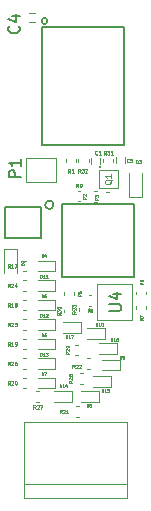
<source format=gbr>
G04 #@! TF.FileFunction,Legend,Top*
%FSLAX46Y46*%
G04 Gerber Fmt 4.6, Leading zero omitted, Abs format (unit mm)*
G04 Created by KiCad (PCBNEW 4.0.5) date 07/06/17 21:13:05*
%MOMM*%
%LPD*%
G01*
G04 APERTURE LIST*
%ADD10C,0.100000*%
%ADD11C,0.120000*%
%ADD12C,0.150000*%
%ADD13C,0.050000*%
%ADD14C,0.075000*%
%ADD15C,0.062500*%
%ADD16C,0.125000*%
%ADD17C,0.063500*%
%ADD18C,0.031750*%
G04 APERTURE END LIST*
D10*
D11*
X138752000Y-91828000D02*
X138752000Y-92068000D01*
X139632000Y-92068000D02*
X139632000Y-91828000D01*
X135350000Y-107789000D02*
X144050000Y-107789000D01*
X135350000Y-101379000D02*
X144050000Y-101379000D01*
X144050000Y-101379000D02*
X144050000Y-107789000D01*
X144050000Y-106559000D02*
X135350000Y-106559000D01*
X135350000Y-107789000D02*
X135350000Y-101379000D01*
X137983000Y-93541000D02*
X137983000Y-92641000D01*
X137983000Y-92641000D02*
X136533000Y-92641000D01*
X137983000Y-93541000D02*
X136533000Y-93541000D01*
X137983000Y-88588000D02*
X137983000Y-87688000D01*
X137983000Y-87688000D02*
X136533000Y-87688000D01*
X137983000Y-88588000D02*
X136533000Y-88588000D01*
D12*
X137858553Y-82955000D02*
G75*
G03X137858553Y-82955000I-353553J0D01*
G01*
X133730000Y-83130000D02*
X136780000Y-83130000D01*
X136780000Y-83130000D02*
X136780000Y-85780000D01*
X133730000Y-85780000D02*
X136780000Y-85780000D01*
X133730000Y-83130000D02*
X133730000Y-85780000D01*
D13*
X138029000Y-81010000D02*
X135529000Y-81010000D01*
X138029000Y-79010000D02*
X138029000Y-81010000D01*
X135529000Y-79010000D02*
X138029000Y-79010000D01*
X135529000Y-81010000D02*
X135529000Y-79010000D01*
D11*
X139759000Y-79317200D02*
X139759000Y-79077200D01*
X138879000Y-79077200D02*
X138879000Y-79317200D01*
X134789000Y-86660200D02*
X133689000Y-86660200D01*
X133689000Y-86660200D02*
X133689000Y-88760200D01*
X134789000Y-86660200D02*
X134789000Y-88760200D01*
X144230000Y-82326000D02*
X145330000Y-82326000D01*
X145330000Y-82326000D02*
X145330000Y-80226000D01*
X144230000Y-82326000D02*
X144230000Y-80226000D01*
D12*
X137351000Y-67391000D02*
G75*
G03X137351000Y-67391000I-250000J0D01*
G01*
X136851000Y-67891000D02*
X143851000Y-67891000D01*
X143851000Y-67891000D02*
X143851000Y-77891000D01*
X143851000Y-77891000D02*
X136851000Y-77891000D01*
X136851000Y-77891000D02*
X136851000Y-67891000D01*
D11*
X141801800Y-78972600D02*
X141801800Y-79472600D01*
X141001800Y-79472600D02*
X141001800Y-78972600D01*
X135817800Y-66706800D02*
X136317800Y-66706800D01*
X136317800Y-67506800D02*
X135817800Y-67506800D01*
X143935400Y-78921800D02*
X143935400Y-79421800D01*
X143135400Y-79421800D02*
X143135400Y-78921800D01*
D12*
X138555000Y-82929000D02*
X144655000Y-82929000D01*
X144655000Y-82929000D02*
X144655000Y-89029000D01*
X144655000Y-89029000D02*
X138555000Y-89029000D01*
X138555000Y-89029000D02*
X138555000Y-82929000D01*
D11*
X141256400Y-82680120D02*
X141496400Y-82680120D01*
X141496400Y-81800120D02*
X141256400Y-81800120D01*
X142272400Y-82761400D02*
X142512400Y-82761400D01*
X142512400Y-81881400D02*
X142272400Y-81881400D01*
X135262000Y-88578000D02*
X135502000Y-88578000D01*
X135502000Y-87698000D02*
X135262000Y-87698000D01*
X135262000Y-91880000D02*
X135502000Y-91880000D01*
X135502000Y-91000000D02*
X135262000Y-91000000D01*
X135262000Y-95182000D02*
X135502000Y-95182000D01*
X135502000Y-94302000D02*
X135262000Y-94302000D01*
X135262000Y-98484000D02*
X135502000Y-98484000D01*
X135502000Y-97604000D02*
X135262000Y-97604000D01*
X139757800Y-100897000D02*
X139997800Y-100897000D01*
X139997800Y-100017000D02*
X139757800Y-100017000D01*
X140723000Y-96833000D02*
X140963000Y-96833000D01*
X140963000Y-95953000D02*
X140723000Y-95953000D01*
X140022000Y-91675600D02*
X140022000Y-91915600D01*
X140902000Y-91915600D02*
X140902000Y-91675600D01*
X135262000Y-90229000D02*
X135502000Y-90229000D01*
X135502000Y-89349000D02*
X135262000Y-89349000D01*
X135262000Y-93531000D02*
X135502000Y-93531000D01*
X135502000Y-92651000D02*
X135262000Y-92651000D01*
X135262000Y-96833000D02*
X135502000Y-96833000D01*
X135502000Y-95953000D02*
X135262000Y-95953000D01*
X136405000Y-99627000D02*
X136645000Y-99627000D01*
X136645000Y-98747000D02*
X136405000Y-98747000D01*
X140088000Y-98103000D02*
X140328000Y-98103000D01*
X140328000Y-97223000D02*
X140088000Y-97223000D01*
X139707000Y-95690000D02*
X139947000Y-95690000D01*
X139947000Y-94810000D02*
X139707000Y-94810000D01*
X142028600Y-79077200D02*
X142028600Y-79317200D01*
X142908600Y-79317200D02*
X142908600Y-79077200D01*
X139945800Y-79077200D02*
X139945800Y-79317200D01*
X140825800Y-79317200D02*
X140825800Y-79077200D01*
D13*
X141894000Y-79772000D02*
G75*
G03X141894000Y-79772000I-100000J0D01*
G01*
X143294000Y-79972000D02*
X143294000Y-81572000D01*
X143294000Y-81572000D02*
X141694000Y-81572000D01*
X141694000Y-81572000D02*
X141694000Y-79972000D01*
X141694000Y-79972000D02*
X143294000Y-79972000D01*
D11*
X139632000Y-90594800D02*
X139632000Y-90354800D01*
X138752000Y-90354800D02*
X138752000Y-90594800D01*
X144848000Y-90304000D02*
X144848000Y-90544000D01*
X145728000Y-90544000D02*
X145728000Y-90304000D01*
X145728000Y-91763200D02*
X145728000Y-91523200D01*
X144848000Y-91523200D02*
X144848000Y-91763200D01*
X140824600Y-91499000D02*
X141064600Y-91499000D01*
X141064600Y-90619000D02*
X140824600Y-90619000D01*
D13*
X144502000Y-92686000D02*
X141502000Y-92686000D01*
X144502000Y-89686000D02*
X144502000Y-92686000D01*
X141502000Y-89686000D02*
X144502000Y-89686000D01*
X141502000Y-92686000D02*
X141502000Y-89686000D01*
D11*
X140129880Y-81759480D02*
X139889880Y-81759480D01*
X139889880Y-82639480D02*
X140129880Y-82639480D01*
X137983000Y-91890000D02*
X137983000Y-90990000D01*
X137983000Y-90990000D02*
X136533000Y-90990000D01*
X137983000Y-91890000D02*
X136533000Y-91890000D01*
X137983000Y-95192000D02*
X137983000Y-94292000D01*
X137983000Y-94292000D02*
X136533000Y-94292000D01*
X137983000Y-95192000D02*
X136533000Y-95192000D01*
X137983000Y-98494000D02*
X137983000Y-97594000D01*
X137983000Y-97594000D02*
X136533000Y-97594000D01*
X137983000Y-98494000D02*
X136533000Y-98494000D01*
X141666000Y-99637000D02*
X141666000Y-98737000D01*
X141666000Y-98737000D02*
X140216000Y-98737000D01*
X141666000Y-99637000D02*
X140216000Y-99637000D01*
X143444000Y-96970000D02*
X143444000Y-96070000D01*
X143444000Y-96070000D02*
X141994000Y-96070000D01*
X143444000Y-96970000D02*
X141994000Y-96970000D01*
X142174000Y-94303000D02*
X142174000Y-93403000D01*
X142174000Y-93403000D02*
X140724000Y-93403000D01*
X142174000Y-94303000D02*
X140724000Y-94303000D01*
X137983000Y-90239000D02*
X137983000Y-89339000D01*
X137983000Y-89339000D02*
X136533000Y-89339000D01*
X137983000Y-90239000D02*
X136533000Y-90239000D01*
X137983000Y-96843000D02*
X137983000Y-95943000D01*
X137983000Y-95943000D02*
X136533000Y-95943000D01*
X137983000Y-96843000D02*
X136533000Y-96843000D01*
X139380000Y-99637000D02*
X139380000Y-98737000D01*
X139380000Y-98737000D02*
X137930000Y-98737000D01*
X139380000Y-99637000D02*
X137930000Y-99637000D01*
X142682000Y-98367000D02*
X142682000Y-97467000D01*
X142682000Y-97467000D02*
X141232000Y-97467000D01*
X142682000Y-98367000D02*
X141232000Y-98367000D01*
X143190000Y-95573000D02*
X143190000Y-94673000D01*
X143190000Y-94673000D02*
X141740000Y-94673000D01*
X143190000Y-95573000D02*
X141740000Y-95573000D01*
X140142000Y-93795000D02*
X140142000Y-92895000D01*
X140142000Y-92895000D02*
X138692000Y-92895000D01*
X140142000Y-93795000D02*
X138692000Y-93795000D01*
D14*
X138452714Y-92140857D02*
X138309857Y-92240857D01*
X138452714Y-92312285D02*
X138152714Y-92312285D01*
X138152714Y-92198000D01*
X138167000Y-92169428D01*
X138181286Y-92155143D01*
X138209857Y-92140857D01*
X138252714Y-92140857D01*
X138281286Y-92155143D01*
X138295571Y-92169428D01*
X138309857Y-92198000D01*
X138309857Y-92312285D01*
X138152714Y-92040857D02*
X138152714Y-91855143D01*
X138267000Y-91955143D01*
X138267000Y-91912285D01*
X138281286Y-91883714D01*
X138295571Y-91869428D01*
X138324143Y-91855143D01*
X138395571Y-91855143D01*
X138424143Y-91869428D01*
X138438429Y-91883714D01*
X138452714Y-91912285D01*
X138452714Y-91998000D01*
X138438429Y-92026571D01*
X138424143Y-92040857D01*
X138152714Y-91669429D02*
X138152714Y-91640857D01*
X138167000Y-91612286D01*
X138181286Y-91598000D01*
X138209857Y-91583714D01*
X138267000Y-91569429D01*
X138338429Y-91569429D01*
X138395571Y-91583714D01*
X138424143Y-91598000D01*
X138438429Y-91612286D01*
X138452714Y-91640857D01*
X138452714Y-91669429D01*
X138438429Y-91698000D01*
X138424143Y-91712286D01*
X138395571Y-91726571D01*
X138338429Y-91740857D01*
X138267000Y-91740857D01*
X138209857Y-91726571D01*
X138181286Y-91712286D01*
X138167000Y-91698000D01*
X138152714Y-91669429D01*
D15*
X136729429Y-92442095D02*
X136729429Y-92192095D01*
X136788953Y-92192095D01*
X136824667Y-92204000D01*
X136848476Y-92227810D01*
X136860381Y-92251619D01*
X136872286Y-92299238D01*
X136872286Y-92334952D01*
X136860381Y-92382571D01*
X136848476Y-92406381D01*
X136824667Y-92430190D01*
X136788953Y-92442095D01*
X136729429Y-92442095D01*
X137110381Y-92442095D02*
X136967524Y-92442095D01*
X137038953Y-92442095D02*
X137038953Y-92192095D01*
X137015143Y-92227810D01*
X136991334Y-92251619D01*
X136967524Y-92263524D01*
X137205619Y-92215905D02*
X137217524Y-92204000D01*
X137241333Y-92192095D01*
X137300857Y-92192095D01*
X137324667Y-92204000D01*
X137336571Y-92215905D01*
X137348476Y-92239714D01*
X137348476Y-92263524D01*
X137336571Y-92299238D01*
X137193714Y-92442095D01*
X137348476Y-92442095D01*
X136848477Y-87362095D02*
X136848477Y-87112095D01*
X136908001Y-87112095D01*
X136943715Y-87124000D01*
X136967524Y-87147810D01*
X136979429Y-87171619D01*
X136991334Y-87219238D01*
X136991334Y-87254952D01*
X136979429Y-87302571D01*
X136967524Y-87326381D01*
X136943715Y-87350190D01*
X136908001Y-87362095D01*
X136848477Y-87362095D01*
X137205620Y-87195429D02*
X137205620Y-87362095D01*
X137146096Y-87100190D02*
X137086572Y-87278762D01*
X137241334Y-87278762D01*
D12*
X135072381Y-80621095D02*
X134072381Y-80621095D01*
X134072381Y-80240142D01*
X134120000Y-80144904D01*
X134167619Y-80097285D01*
X134262857Y-80049666D01*
X134405714Y-80049666D01*
X134500952Y-80097285D01*
X134548571Y-80144904D01*
X134596190Y-80240142D01*
X134596190Y-80621095D01*
X135072381Y-79097285D02*
X135072381Y-79668714D01*
X135072381Y-79383000D02*
X134072381Y-79383000D01*
X134215238Y-79478238D01*
X134310476Y-79573476D01*
X134358095Y-79668714D01*
D14*
X139269000Y-80221914D02*
X139169000Y-80079057D01*
X139097572Y-80221914D02*
X139097572Y-79921914D01*
X139211857Y-79921914D01*
X139240429Y-79936200D01*
X139254714Y-79950486D01*
X139269000Y-79979057D01*
X139269000Y-80021914D01*
X139254714Y-80050486D01*
X139240429Y-80064771D01*
X139211857Y-80079057D01*
X139097572Y-80079057D01*
X139554714Y-80221914D02*
X139383286Y-80221914D01*
X139469000Y-80221914D02*
X139469000Y-79921914D01*
X139440429Y-79964771D01*
X139411857Y-79993343D01*
X139383286Y-80007629D01*
D15*
X135368095Y-88054923D02*
X135118095Y-88054923D01*
X135118095Y-87995399D01*
X135130000Y-87959685D01*
X135153810Y-87935876D01*
X135177619Y-87923971D01*
X135225238Y-87912066D01*
X135260952Y-87912066D01*
X135308571Y-87923971D01*
X135332381Y-87935876D01*
X135356190Y-87959685D01*
X135368095Y-87995399D01*
X135368095Y-88054923D01*
X135141905Y-87816828D02*
X135130000Y-87804923D01*
X135118095Y-87781114D01*
X135118095Y-87721590D01*
X135130000Y-87697780D01*
X135141905Y-87685876D01*
X135165714Y-87673971D01*
X135189524Y-87673971D01*
X135225238Y-87685876D01*
X135368095Y-87828733D01*
X135368095Y-87673971D01*
D14*
X144812572Y-79447214D02*
X144812572Y-79147214D01*
X144884000Y-79147214D01*
X144926857Y-79161500D01*
X144955429Y-79190071D01*
X144969714Y-79218643D01*
X144984000Y-79275786D01*
X144984000Y-79318643D01*
X144969714Y-79375786D01*
X144955429Y-79404357D01*
X144926857Y-79432929D01*
X144884000Y-79447214D01*
X144812572Y-79447214D01*
X145084000Y-79147214D02*
X145269714Y-79147214D01*
X145169714Y-79261500D01*
X145212572Y-79261500D01*
X145241143Y-79275786D01*
X145255429Y-79290071D01*
X145269714Y-79318643D01*
X145269714Y-79390071D01*
X145255429Y-79418643D01*
X145241143Y-79432929D01*
X145212572Y-79447214D01*
X145126857Y-79447214D01*
X145098286Y-79432929D01*
X145084000Y-79418643D01*
X141555000Y-78669343D02*
X141540714Y-78683629D01*
X141497857Y-78697914D01*
X141469286Y-78697914D01*
X141426429Y-78683629D01*
X141397857Y-78655057D01*
X141383572Y-78626486D01*
X141369286Y-78569343D01*
X141369286Y-78526486D01*
X141383572Y-78469343D01*
X141397857Y-78440771D01*
X141426429Y-78412200D01*
X141469286Y-78397914D01*
X141497857Y-78397914D01*
X141540714Y-78412200D01*
X141555000Y-78426486D01*
X141840714Y-78697914D02*
X141669286Y-78697914D01*
X141755000Y-78697914D02*
X141755000Y-78397914D01*
X141726429Y-78440771D01*
X141697857Y-78469343D01*
X141669286Y-78483629D01*
D12*
X134925743Y-67832266D02*
X134973362Y-67879885D01*
X135020981Y-68022742D01*
X135020981Y-68117980D01*
X134973362Y-68260838D01*
X134878124Y-68356076D01*
X134782886Y-68403695D01*
X134592410Y-68451314D01*
X134449552Y-68451314D01*
X134259076Y-68403695D01*
X134163838Y-68356076D01*
X134068600Y-68260838D01*
X134020981Y-68117980D01*
X134020981Y-68022742D01*
X134068600Y-67879885D01*
X134116219Y-67832266D01*
X134354314Y-66975123D02*
X135020981Y-66975123D01*
X133973362Y-67213219D02*
X134687648Y-67451314D01*
X134687648Y-66832266D01*
D14*
X144222000Y-79329743D02*
X144207714Y-79344029D01*
X144164857Y-79358314D01*
X144136286Y-79358314D01*
X144093429Y-79344029D01*
X144064857Y-79315457D01*
X144050572Y-79286886D01*
X144036286Y-79229743D01*
X144036286Y-79186886D01*
X144050572Y-79129743D01*
X144064857Y-79101171D01*
X144093429Y-79072600D01*
X144136286Y-79058314D01*
X144164857Y-79058314D01*
X144207714Y-79072600D01*
X144222000Y-79086886D01*
X144493429Y-79058314D02*
X144350572Y-79058314D01*
X144336286Y-79201171D01*
X144350572Y-79186886D01*
X144379143Y-79172600D01*
X144450572Y-79172600D01*
X144479143Y-79186886D01*
X144493429Y-79201171D01*
X144507714Y-79229743D01*
X144507714Y-79301171D01*
X144493429Y-79329743D01*
X144479143Y-79344029D01*
X144450572Y-79358314D01*
X144379143Y-79358314D01*
X144350572Y-79344029D01*
X144336286Y-79329743D01*
X140623114Y-82290120D02*
X140480257Y-82390120D01*
X140623114Y-82461548D02*
X140323114Y-82461548D01*
X140323114Y-82347263D01*
X140337400Y-82318691D01*
X140351686Y-82304406D01*
X140380257Y-82290120D01*
X140423114Y-82290120D01*
X140451686Y-82304406D01*
X140465971Y-82318691D01*
X140480257Y-82347263D01*
X140480257Y-82461548D01*
X140351686Y-82175834D02*
X140337400Y-82161548D01*
X140323114Y-82132977D01*
X140323114Y-82061548D01*
X140337400Y-82032977D01*
X140351686Y-82018691D01*
X140380257Y-82004406D01*
X140408829Y-82004406D01*
X140451686Y-82018691D01*
X140623114Y-82190120D01*
X140623114Y-82004406D01*
X141639114Y-82371400D02*
X141496257Y-82471400D01*
X141639114Y-82542828D02*
X141339114Y-82542828D01*
X141339114Y-82428543D01*
X141353400Y-82399971D01*
X141367686Y-82385686D01*
X141396257Y-82371400D01*
X141439114Y-82371400D01*
X141467686Y-82385686D01*
X141481971Y-82399971D01*
X141496257Y-82428543D01*
X141496257Y-82542828D01*
X141339114Y-82271400D02*
X141339114Y-82085686D01*
X141453400Y-82185686D01*
X141453400Y-82142828D01*
X141467686Y-82114257D01*
X141481971Y-82099971D01*
X141510543Y-82085686D01*
X141581971Y-82085686D01*
X141610543Y-82099971D01*
X141624829Y-82114257D01*
X141639114Y-82142828D01*
X141639114Y-82228543D01*
X141624829Y-82257114D01*
X141610543Y-82271400D01*
X134173143Y-88273714D02*
X134073143Y-88130857D01*
X134001715Y-88273714D02*
X134001715Y-87973714D01*
X134116000Y-87973714D01*
X134144572Y-87988000D01*
X134158857Y-88002286D01*
X134173143Y-88030857D01*
X134173143Y-88073714D01*
X134158857Y-88102286D01*
X134144572Y-88116571D01*
X134116000Y-88130857D01*
X134001715Y-88130857D01*
X134458857Y-88273714D02*
X134287429Y-88273714D01*
X134373143Y-88273714D02*
X134373143Y-87973714D01*
X134344572Y-88016571D01*
X134316000Y-88045143D01*
X134287429Y-88059429D01*
X134558857Y-87973714D02*
X134758857Y-87973714D01*
X134630286Y-88273714D01*
X134173143Y-91575714D02*
X134073143Y-91432857D01*
X134001715Y-91575714D02*
X134001715Y-91275714D01*
X134116000Y-91275714D01*
X134144572Y-91290000D01*
X134158857Y-91304286D01*
X134173143Y-91332857D01*
X134173143Y-91375714D01*
X134158857Y-91404286D01*
X134144572Y-91418571D01*
X134116000Y-91432857D01*
X134001715Y-91432857D01*
X134458857Y-91575714D02*
X134287429Y-91575714D01*
X134373143Y-91575714D02*
X134373143Y-91275714D01*
X134344572Y-91318571D01*
X134316000Y-91347143D01*
X134287429Y-91361429D01*
X134630286Y-91404286D02*
X134601714Y-91390000D01*
X134587429Y-91375714D01*
X134573143Y-91347143D01*
X134573143Y-91332857D01*
X134587429Y-91304286D01*
X134601714Y-91290000D01*
X134630286Y-91275714D01*
X134687429Y-91275714D01*
X134716000Y-91290000D01*
X134730286Y-91304286D01*
X134744571Y-91332857D01*
X134744571Y-91347143D01*
X134730286Y-91375714D01*
X134716000Y-91390000D01*
X134687429Y-91404286D01*
X134630286Y-91404286D01*
X134601714Y-91418571D01*
X134587429Y-91432857D01*
X134573143Y-91461429D01*
X134573143Y-91518571D01*
X134587429Y-91547143D01*
X134601714Y-91561429D01*
X134630286Y-91575714D01*
X134687429Y-91575714D01*
X134716000Y-91561429D01*
X134730286Y-91547143D01*
X134744571Y-91518571D01*
X134744571Y-91461429D01*
X134730286Y-91432857D01*
X134716000Y-91418571D01*
X134687429Y-91404286D01*
X134173143Y-94877714D02*
X134073143Y-94734857D01*
X134001715Y-94877714D02*
X134001715Y-94577714D01*
X134116000Y-94577714D01*
X134144572Y-94592000D01*
X134158857Y-94606286D01*
X134173143Y-94634857D01*
X134173143Y-94677714D01*
X134158857Y-94706286D01*
X134144572Y-94720571D01*
X134116000Y-94734857D01*
X134001715Y-94734857D01*
X134458857Y-94877714D02*
X134287429Y-94877714D01*
X134373143Y-94877714D02*
X134373143Y-94577714D01*
X134344572Y-94620571D01*
X134316000Y-94649143D01*
X134287429Y-94663429D01*
X134601714Y-94877714D02*
X134658857Y-94877714D01*
X134687429Y-94863429D01*
X134701714Y-94849143D01*
X134730286Y-94806286D01*
X134744571Y-94749143D01*
X134744571Y-94634857D01*
X134730286Y-94606286D01*
X134716000Y-94592000D01*
X134687429Y-94577714D01*
X134630286Y-94577714D01*
X134601714Y-94592000D01*
X134587429Y-94606286D01*
X134573143Y-94634857D01*
X134573143Y-94706286D01*
X134587429Y-94734857D01*
X134601714Y-94749143D01*
X134630286Y-94763429D01*
X134687429Y-94763429D01*
X134716000Y-94749143D01*
X134730286Y-94734857D01*
X134744571Y-94706286D01*
X134173143Y-98179714D02*
X134073143Y-98036857D01*
X134001715Y-98179714D02*
X134001715Y-97879714D01*
X134116000Y-97879714D01*
X134144572Y-97894000D01*
X134158857Y-97908286D01*
X134173143Y-97936857D01*
X134173143Y-97979714D01*
X134158857Y-98008286D01*
X134144572Y-98022571D01*
X134116000Y-98036857D01*
X134001715Y-98036857D01*
X134287429Y-97908286D02*
X134301715Y-97894000D01*
X134330286Y-97879714D01*
X134401715Y-97879714D01*
X134430286Y-97894000D01*
X134444572Y-97908286D01*
X134458857Y-97936857D01*
X134458857Y-97965429D01*
X134444572Y-98008286D01*
X134273143Y-98179714D01*
X134458857Y-98179714D01*
X134644571Y-97879714D02*
X134673143Y-97879714D01*
X134701714Y-97894000D01*
X134716000Y-97908286D01*
X134730286Y-97936857D01*
X134744571Y-97994000D01*
X134744571Y-98065429D01*
X134730286Y-98122571D01*
X134716000Y-98151143D01*
X134701714Y-98165429D01*
X134673143Y-98179714D01*
X134644571Y-98179714D01*
X134616000Y-98165429D01*
X134601714Y-98151143D01*
X134587429Y-98122571D01*
X134573143Y-98065429D01*
X134573143Y-97994000D01*
X134587429Y-97936857D01*
X134601714Y-97908286D01*
X134616000Y-97894000D01*
X134644571Y-97879714D01*
X138541943Y-100592714D02*
X138441943Y-100449857D01*
X138370515Y-100592714D02*
X138370515Y-100292714D01*
X138484800Y-100292714D01*
X138513372Y-100307000D01*
X138527657Y-100321286D01*
X138541943Y-100349857D01*
X138541943Y-100392714D01*
X138527657Y-100421286D01*
X138513372Y-100435571D01*
X138484800Y-100449857D01*
X138370515Y-100449857D01*
X138656229Y-100321286D02*
X138670515Y-100307000D01*
X138699086Y-100292714D01*
X138770515Y-100292714D01*
X138799086Y-100307000D01*
X138813372Y-100321286D01*
X138827657Y-100349857D01*
X138827657Y-100378429D01*
X138813372Y-100421286D01*
X138641943Y-100592714D01*
X138827657Y-100592714D01*
X139113371Y-100592714D02*
X138941943Y-100592714D01*
X139027657Y-100592714D02*
X139027657Y-100292714D01*
X138999086Y-100335571D01*
X138970514Y-100364143D01*
X138941943Y-100378429D01*
X139634143Y-96782714D02*
X139534143Y-96639857D01*
X139462715Y-96782714D02*
X139462715Y-96482714D01*
X139577000Y-96482714D01*
X139605572Y-96497000D01*
X139619857Y-96511286D01*
X139634143Y-96539857D01*
X139634143Y-96582714D01*
X139619857Y-96611286D01*
X139605572Y-96625571D01*
X139577000Y-96639857D01*
X139462715Y-96639857D01*
X139748429Y-96511286D02*
X139762715Y-96497000D01*
X139791286Y-96482714D01*
X139862715Y-96482714D01*
X139891286Y-96497000D01*
X139905572Y-96511286D01*
X139919857Y-96539857D01*
X139919857Y-96568429D01*
X139905572Y-96611286D01*
X139734143Y-96782714D01*
X139919857Y-96782714D01*
X140034143Y-96511286D02*
X140048429Y-96497000D01*
X140077000Y-96482714D01*
X140148429Y-96482714D01*
X140177000Y-96497000D01*
X140191286Y-96511286D01*
X140205571Y-96539857D01*
X140205571Y-96568429D01*
X140191286Y-96611286D01*
X140019857Y-96782714D01*
X140205571Y-96782714D01*
X139722714Y-91988457D02*
X139579857Y-92088457D01*
X139722714Y-92159885D02*
X139422714Y-92159885D01*
X139422714Y-92045600D01*
X139437000Y-92017028D01*
X139451286Y-92002743D01*
X139479857Y-91988457D01*
X139522714Y-91988457D01*
X139551286Y-92002743D01*
X139565571Y-92017028D01*
X139579857Y-92045600D01*
X139579857Y-92159885D01*
X139451286Y-91874171D02*
X139437000Y-91859885D01*
X139422714Y-91831314D01*
X139422714Y-91759885D01*
X139437000Y-91731314D01*
X139451286Y-91717028D01*
X139479857Y-91702743D01*
X139508429Y-91702743D01*
X139551286Y-91717028D01*
X139722714Y-91888457D01*
X139722714Y-91702743D01*
X139422714Y-91602743D02*
X139422714Y-91417029D01*
X139537000Y-91517029D01*
X139537000Y-91474171D01*
X139551286Y-91445600D01*
X139565571Y-91431314D01*
X139594143Y-91417029D01*
X139665571Y-91417029D01*
X139694143Y-91431314D01*
X139708429Y-91445600D01*
X139722714Y-91474171D01*
X139722714Y-91559886D01*
X139708429Y-91588457D01*
X139694143Y-91602743D01*
X134173143Y-89924714D02*
X134073143Y-89781857D01*
X134001715Y-89924714D02*
X134001715Y-89624714D01*
X134116000Y-89624714D01*
X134144572Y-89639000D01*
X134158857Y-89653286D01*
X134173143Y-89681857D01*
X134173143Y-89724714D01*
X134158857Y-89753286D01*
X134144572Y-89767571D01*
X134116000Y-89781857D01*
X134001715Y-89781857D01*
X134287429Y-89653286D02*
X134301715Y-89639000D01*
X134330286Y-89624714D01*
X134401715Y-89624714D01*
X134430286Y-89639000D01*
X134444572Y-89653286D01*
X134458857Y-89681857D01*
X134458857Y-89710429D01*
X134444572Y-89753286D01*
X134273143Y-89924714D01*
X134458857Y-89924714D01*
X134716000Y-89724714D02*
X134716000Y-89924714D01*
X134644571Y-89610429D02*
X134573143Y-89824714D01*
X134758857Y-89824714D01*
X134173143Y-93226714D02*
X134073143Y-93083857D01*
X134001715Y-93226714D02*
X134001715Y-92926714D01*
X134116000Y-92926714D01*
X134144572Y-92941000D01*
X134158857Y-92955286D01*
X134173143Y-92983857D01*
X134173143Y-93026714D01*
X134158857Y-93055286D01*
X134144572Y-93069571D01*
X134116000Y-93083857D01*
X134001715Y-93083857D01*
X134287429Y-92955286D02*
X134301715Y-92941000D01*
X134330286Y-92926714D01*
X134401715Y-92926714D01*
X134430286Y-92941000D01*
X134444572Y-92955286D01*
X134458857Y-92983857D01*
X134458857Y-93012429D01*
X134444572Y-93055286D01*
X134273143Y-93226714D01*
X134458857Y-93226714D01*
X134730286Y-92926714D02*
X134587429Y-92926714D01*
X134573143Y-93069571D01*
X134587429Y-93055286D01*
X134616000Y-93041000D01*
X134687429Y-93041000D01*
X134716000Y-93055286D01*
X134730286Y-93069571D01*
X134744571Y-93098143D01*
X134744571Y-93169571D01*
X134730286Y-93198143D01*
X134716000Y-93212429D01*
X134687429Y-93226714D01*
X134616000Y-93226714D01*
X134587429Y-93212429D01*
X134573143Y-93198143D01*
X134173143Y-96528714D02*
X134073143Y-96385857D01*
X134001715Y-96528714D02*
X134001715Y-96228714D01*
X134116000Y-96228714D01*
X134144572Y-96243000D01*
X134158857Y-96257286D01*
X134173143Y-96285857D01*
X134173143Y-96328714D01*
X134158857Y-96357286D01*
X134144572Y-96371571D01*
X134116000Y-96385857D01*
X134001715Y-96385857D01*
X134287429Y-96257286D02*
X134301715Y-96243000D01*
X134330286Y-96228714D01*
X134401715Y-96228714D01*
X134430286Y-96243000D01*
X134444572Y-96257286D01*
X134458857Y-96285857D01*
X134458857Y-96314429D01*
X134444572Y-96357286D01*
X134273143Y-96528714D01*
X134458857Y-96528714D01*
X134716000Y-96228714D02*
X134658857Y-96228714D01*
X134630286Y-96243000D01*
X134616000Y-96257286D01*
X134587429Y-96300143D01*
X134573143Y-96357286D01*
X134573143Y-96471571D01*
X134587429Y-96500143D01*
X134601714Y-96514429D01*
X134630286Y-96528714D01*
X134687429Y-96528714D01*
X134716000Y-96514429D01*
X134730286Y-96500143D01*
X134744571Y-96471571D01*
X134744571Y-96400143D01*
X134730286Y-96371571D01*
X134716000Y-96357286D01*
X134687429Y-96343000D01*
X134630286Y-96343000D01*
X134601714Y-96357286D01*
X134587429Y-96371571D01*
X134573143Y-96400143D01*
X136332143Y-100211714D02*
X136232143Y-100068857D01*
X136160715Y-100211714D02*
X136160715Y-99911714D01*
X136275000Y-99911714D01*
X136303572Y-99926000D01*
X136317857Y-99940286D01*
X136332143Y-99968857D01*
X136332143Y-100011714D01*
X136317857Y-100040286D01*
X136303572Y-100054571D01*
X136275000Y-100068857D01*
X136160715Y-100068857D01*
X136446429Y-99940286D02*
X136460715Y-99926000D01*
X136489286Y-99911714D01*
X136560715Y-99911714D01*
X136589286Y-99926000D01*
X136603572Y-99940286D01*
X136617857Y-99968857D01*
X136617857Y-99997429D01*
X136603572Y-100040286D01*
X136432143Y-100211714D01*
X136617857Y-100211714D01*
X136717857Y-99911714D02*
X136917857Y-99911714D01*
X136789286Y-100211714D01*
X139454714Y-97855857D02*
X139311857Y-97955857D01*
X139454714Y-98027285D02*
X139154714Y-98027285D01*
X139154714Y-97913000D01*
X139169000Y-97884428D01*
X139183286Y-97870143D01*
X139211857Y-97855857D01*
X139254714Y-97855857D01*
X139283286Y-97870143D01*
X139297571Y-97884428D01*
X139311857Y-97913000D01*
X139311857Y-98027285D01*
X139183286Y-97741571D02*
X139169000Y-97727285D01*
X139154714Y-97698714D01*
X139154714Y-97627285D01*
X139169000Y-97598714D01*
X139183286Y-97584428D01*
X139211857Y-97570143D01*
X139240429Y-97570143D01*
X139283286Y-97584428D01*
X139454714Y-97755857D01*
X139454714Y-97570143D01*
X139283286Y-97398714D02*
X139269000Y-97427286D01*
X139254714Y-97441571D01*
X139226143Y-97455857D01*
X139211857Y-97455857D01*
X139183286Y-97441571D01*
X139169000Y-97427286D01*
X139154714Y-97398714D01*
X139154714Y-97341571D01*
X139169000Y-97313000D01*
X139183286Y-97298714D01*
X139211857Y-97284429D01*
X139226143Y-97284429D01*
X139254714Y-97298714D01*
X139269000Y-97313000D01*
X139283286Y-97341571D01*
X139283286Y-97398714D01*
X139297571Y-97427286D01*
X139311857Y-97441571D01*
X139340429Y-97455857D01*
X139397571Y-97455857D01*
X139426143Y-97441571D01*
X139440429Y-97427286D01*
X139454714Y-97398714D01*
X139454714Y-97341571D01*
X139440429Y-97313000D01*
X139426143Y-97298714D01*
X139397571Y-97284429D01*
X139340429Y-97284429D01*
X139311857Y-97298714D01*
X139297571Y-97313000D01*
X139283286Y-97341571D01*
X139200714Y-95442857D02*
X139057857Y-95542857D01*
X139200714Y-95614285D02*
X138900714Y-95614285D01*
X138900714Y-95500000D01*
X138915000Y-95471428D01*
X138929286Y-95457143D01*
X138957857Y-95442857D01*
X139000714Y-95442857D01*
X139029286Y-95457143D01*
X139043571Y-95471428D01*
X139057857Y-95500000D01*
X139057857Y-95614285D01*
X138929286Y-95328571D02*
X138915000Y-95314285D01*
X138900714Y-95285714D01*
X138900714Y-95214285D01*
X138915000Y-95185714D01*
X138929286Y-95171428D01*
X138957857Y-95157143D01*
X138986429Y-95157143D01*
X139029286Y-95171428D01*
X139200714Y-95342857D01*
X139200714Y-95157143D01*
X139200714Y-95014286D02*
X139200714Y-94957143D01*
X139186429Y-94928571D01*
X139172143Y-94914286D01*
X139129286Y-94885714D01*
X139072143Y-94871429D01*
X138957857Y-94871429D01*
X138929286Y-94885714D01*
X138915000Y-94900000D01*
X138900714Y-94928571D01*
X138900714Y-94985714D01*
X138915000Y-95014286D01*
X138929286Y-95028571D01*
X138957857Y-95042857D01*
X139029286Y-95042857D01*
X139057857Y-95028571D01*
X139072143Y-95014286D01*
X139086429Y-94985714D01*
X139086429Y-94928571D01*
X139072143Y-94900000D01*
X139057857Y-94885714D01*
X139029286Y-94871429D01*
X142301143Y-78697914D02*
X142201143Y-78555057D01*
X142129715Y-78697914D02*
X142129715Y-78397914D01*
X142244000Y-78397914D01*
X142272572Y-78412200D01*
X142286857Y-78426486D01*
X142301143Y-78455057D01*
X142301143Y-78497914D01*
X142286857Y-78526486D01*
X142272572Y-78540771D01*
X142244000Y-78555057D01*
X142129715Y-78555057D01*
X142401143Y-78397914D02*
X142586857Y-78397914D01*
X142486857Y-78512200D01*
X142529715Y-78512200D01*
X142558286Y-78526486D01*
X142572572Y-78540771D01*
X142586857Y-78569343D01*
X142586857Y-78640771D01*
X142572572Y-78669343D01*
X142558286Y-78683629D01*
X142529715Y-78697914D01*
X142444000Y-78697914D01*
X142415429Y-78683629D01*
X142401143Y-78669343D01*
X142872571Y-78697914D02*
X142701143Y-78697914D01*
X142786857Y-78697914D02*
X142786857Y-78397914D01*
X142758286Y-78440771D01*
X142729714Y-78469343D01*
X142701143Y-78483629D01*
X140142143Y-80221914D02*
X140042143Y-80079057D01*
X139970715Y-80221914D02*
X139970715Y-79921914D01*
X140085000Y-79921914D01*
X140113572Y-79936200D01*
X140127857Y-79950486D01*
X140142143Y-79979057D01*
X140142143Y-80021914D01*
X140127857Y-80050486D01*
X140113572Y-80064771D01*
X140085000Y-80079057D01*
X139970715Y-80079057D01*
X140242143Y-79921914D02*
X140427857Y-79921914D01*
X140327857Y-80036200D01*
X140370715Y-80036200D01*
X140399286Y-80050486D01*
X140413572Y-80064771D01*
X140427857Y-80093343D01*
X140427857Y-80164771D01*
X140413572Y-80193343D01*
X140399286Y-80207629D01*
X140370715Y-80221914D01*
X140285000Y-80221914D01*
X140256429Y-80207629D01*
X140242143Y-80193343D01*
X140542143Y-79950486D02*
X140556429Y-79936200D01*
X140585000Y-79921914D01*
X140656429Y-79921914D01*
X140685000Y-79936200D01*
X140699286Y-79950486D01*
X140713571Y-79979057D01*
X140713571Y-80007629D01*
X140699286Y-80050486D01*
X140527857Y-80221914D01*
X140713571Y-80221914D01*
D16*
X142767810Y-80819619D02*
X142744000Y-80867238D01*
X142696381Y-80914857D01*
X142624952Y-80986286D01*
X142601143Y-81033905D01*
X142601143Y-81081524D01*
X142720190Y-81057714D02*
X142696381Y-81105333D01*
X142648762Y-81152952D01*
X142553524Y-81176762D01*
X142386857Y-81176762D01*
X142291619Y-81152952D01*
X142244000Y-81105333D01*
X142220190Y-81057714D01*
X142220190Y-80962476D01*
X142244000Y-80914857D01*
X142291619Y-80867238D01*
X142386857Y-80843429D01*
X142553524Y-80843429D01*
X142648762Y-80867238D01*
X142696381Y-80914857D01*
X142720190Y-80962476D01*
X142720190Y-81057714D01*
X142720190Y-80367238D02*
X142720190Y-80652952D01*
X142720190Y-80510095D02*
X142220190Y-80510095D01*
X142291619Y-80557714D01*
X142339238Y-80605333D01*
X142363048Y-80652952D01*
D15*
X140194095Y-90531706D02*
X140075048Y-90615039D01*
X140194095Y-90674563D02*
X139944095Y-90674563D01*
X139944095Y-90579325D01*
X139956000Y-90555516D01*
X139967905Y-90543611D01*
X139991714Y-90531706D01*
X140027429Y-90531706D01*
X140051238Y-90543611D01*
X140063143Y-90555516D01*
X140075048Y-90579325D01*
X140075048Y-90674563D01*
X139944095Y-90305516D02*
X139944095Y-90424563D01*
X140063143Y-90436468D01*
X140051238Y-90424563D01*
X140039333Y-90400754D01*
X140039333Y-90341230D01*
X140051238Y-90317420D01*
X140063143Y-90305516D01*
X140086952Y-90293611D01*
X140146476Y-90293611D01*
X140170286Y-90305516D01*
X140182190Y-90317420D01*
X140194095Y-90341230D01*
X140194095Y-90400754D01*
X140182190Y-90424563D01*
X140170286Y-90436468D01*
D17*
X145433385Y-89541773D02*
X145312432Y-89626440D01*
X145433385Y-89686916D02*
X145179385Y-89686916D01*
X145179385Y-89590154D01*
X145191480Y-89565963D01*
X145203575Y-89553868D01*
X145227766Y-89541773D01*
X145264051Y-89541773D01*
X145288242Y-89553868D01*
X145300337Y-89565963D01*
X145312432Y-89590154D01*
X145312432Y-89686916D01*
X145179385Y-89324059D02*
X145179385Y-89372440D01*
X145191480Y-89396630D01*
X145203575Y-89408725D01*
X145239861Y-89432916D01*
X145288242Y-89445011D01*
X145385004Y-89445011D01*
X145409194Y-89432916D01*
X145421290Y-89420821D01*
X145433385Y-89396630D01*
X145433385Y-89348249D01*
X145421290Y-89324059D01*
X145409194Y-89311963D01*
X145385004Y-89299868D01*
X145324528Y-89299868D01*
X145300337Y-89311963D01*
X145288242Y-89324059D01*
X145276147Y-89348249D01*
X145276147Y-89396630D01*
X145288242Y-89420821D01*
X145300337Y-89432916D01*
X145324528Y-89445011D01*
D18*
X145402905Y-92574533D02*
X145281952Y-92659200D01*
X145402905Y-92719676D02*
X145148905Y-92719676D01*
X145148905Y-92622914D01*
X145161000Y-92598723D01*
X145173095Y-92586628D01*
X145197286Y-92574533D01*
X145233571Y-92574533D01*
X145257762Y-92586628D01*
X145269857Y-92598723D01*
X145281952Y-92622914D01*
X145281952Y-92719676D01*
X145148905Y-92489866D02*
X145148905Y-92320533D01*
X145402905Y-92429390D01*
D15*
X140902934Y-92020455D02*
X140819601Y-91901408D01*
X140760077Y-92020455D02*
X140760077Y-91770455D01*
X140855315Y-91770455D01*
X140879124Y-91782360D01*
X140891029Y-91794265D01*
X140902934Y-91818074D01*
X140902934Y-91853789D01*
X140891029Y-91877598D01*
X140879124Y-91889503D01*
X140855315Y-91901408D01*
X140760077Y-91901408D01*
X141045791Y-91877598D02*
X141021982Y-91865693D01*
X141010077Y-91853789D01*
X140998172Y-91829979D01*
X140998172Y-91818074D01*
X141010077Y-91794265D01*
X141021982Y-91782360D01*
X141045791Y-91770455D01*
X141093410Y-91770455D01*
X141117220Y-91782360D01*
X141129124Y-91794265D01*
X141141029Y-91818074D01*
X141141029Y-91829979D01*
X141129124Y-91853789D01*
X141117220Y-91865693D01*
X141093410Y-91877598D01*
X141045791Y-91877598D01*
X141021982Y-91889503D01*
X141010077Y-91901408D01*
X140998172Y-91925217D01*
X140998172Y-91972836D01*
X141010077Y-91996646D01*
X141021982Y-92008550D01*
X141045791Y-92020455D01*
X141093410Y-92020455D01*
X141117220Y-92008550D01*
X141129124Y-91996646D01*
X141141029Y-91972836D01*
X141141029Y-91925217D01*
X141129124Y-91901408D01*
X141117220Y-91889503D01*
X141093410Y-91877598D01*
D12*
X142581381Y-91947905D02*
X143390905Y-91947905D01*
X143486143Y-91900286D01*
X143533762Y-91852667D01*
X143581381Y-91757429D01*
X143581381Y-91566952D01*
X143533762Y-91471714D01*
X143486143Y-91424095D01*
X143390905Y-91376476D01*
X142581381Y-91376476D01*
X142914714Y-90471714D02*
X143581381Y-90471714D01*
X142533762Y-90709810D02*
X143248048Y-90947905D01*
X143248048Y-90328857D01*
D14*
X139959880Y-81460194D02*
X139859880Y-81317337D01*
X139788452Y-81460194D02*
X139788452Y-81160194D01*
X139902737Y-81160194D01*
X139931309Y-81174480D01*
X139945594Y-81188766D01*
X139959880Y-81217337D01*
X139959880Y-81260194D01*
X139945594Y-81288766D01*
X139931309Y-81303051D01*
X139902737Y-81317337D01*
X139788452Y-81317337D01*
X140102737Y-81460194D02*
X140159880Y-81460194D01*
X140188452Y-81445909D01*
X140202737Y-81431623D01*
X140231309Y-81388766D01*
X140245594Y-81331623D01*
X140245594Y-81217337D01*
X140231309Y-81188766D01*
X140217023Y-81174480D01*
X140188452Y-81160194D01*
X140131309Y-81160194D01*
X140102737Y-81174480D01*
X140088452Y-81188766D01*
X140074166Y-81217337D01*
X140074166Y-81288766D01*
X140088452Y-81317337D01*
X140102737Y-81331623D01*
X140131309Y-81345909D01*
X140188452Y-81345909D01*
X140217023Y-81331623D01*
X140231309Y-81317337D01*
X140245594Y-81288766D01*
D15*
X136848477Y-90791095D02*
X136848477Y-90541095D01*
X136908001Y-90541095D01*
X136943715Y-90553000D01*
X136967524Y-90576810D01*
X136979429Y-90600619D01*
X136991334Y-90648238D01*
X136991334Y-90683952D01*
X136979429Y-90731571D01*
X136967524Y-90755381D01*
X136943715Y-90779190D01*
X136908001Y-90791095D01*
X136848477Y-90791095D01*
X137217524Y-90541095D02*
X137098477Y-90541095D01*
X137086572Y-90660143D01*
X137098477Y-90648238D01*
X137122286Y-90636333D01*
X137181810Y-90636333D01*
X137205620Y-90648238D01*
X137217524Y-90660143D01*
X137229429Y-90683952D01*
X137229429Y-90743476D01*
X137217524Y-90767286D01*
X137205620Y-90779190D01*
X137181810Y-90791095D01*
X137122286Y-90791095D01*
X137098477Y-90779190D01*
X137086572Y-90767286D01*
X136848477Y-94093095D02*
X136848477Y-93843095D01*
X136908001Y-93843095D01*
X136943715Y-93855000D01*
X136967524Y-93878810D01*
X136979429Y-93902619D01*
X136991334Y-93950238D01*
X136991334Y-93985952D01*
X136979429Y-94033571D01*
X136967524Y-94057381D01*
X136943715Y-94081190D01*
X136908001Y-94093095D01*
X136848477Y-94093095D01*
X137205620Y-93843095D02*
X137158001Y-93843095D01*
X137134191Y-93855000D01*
X137122286Y-93866905D01*
X137098477Y-93902619D01*
X137086572Y-93950238D01*
X137086572Y-94045476D01*
X137098477Y-94069286D01*
X137110382Y-94081190D01*
X137134191Y-94093095D01*
X137181810Y-94093095D01*
X137205620Y-94081190D01*
X137217524Y-94069286D01*
X137229429Y-94045476D01*
X137229429Y-93985952D01*
X137217524Y-93962143D01*
X137205620Y-93950238D01*
X137181810Y-93938333D01*
X137134191Y-93938333D01*
X137110382Y-93950238D01*
X137098477Y-93962143D01*
X137086572Y-93985952D01*
X136848477Y-97395095D02*
X136848477Y-97145095D01*
X136908001Y-97145095D01*
X136943715Y-97157000D01*
X136967524Y-97180810D01*
X136979429Y-97204619D01*
X136991334Y-97252238D01*
X136991334Y-97287952D01*
X136979429Y-97335571D01*
X136967524Y-97359381D01*
X136943715Y-97383190D01*
X136908001Y-97395095D01*
X136848477Y-97395095D01*
X137074667Y-97145095D02*
X137241334Y-97145095D01*
X137134191Y-97395095D01*
X140658477Y-100062095D02*
X140658477Y-99812095D01*
X140718001Y-99812095D01*
X140753715Y-99824000D01*
X140777524Y-99847810D01*
X140789429Y-99871619D01*
X140801334Y-99919238D01*
X140801334Y-99954952D01*
X140789429Y-100002571D01*
X140777524Y-100026381D01*
X140753715Y-100050190D01*
X140718001Y-100062095D01*
X140658477Y-100062095D01*
X140944191Y-99919238D02*
X140920382Y-99907333D01*
X140908477Y-99895429D01*
X140896572Y-99871619D01*
X140896572Y-99859714D01*
X140908477Y-99835905D01*
X140920382Y-99824000D01*
X140944191Y-99812095D01*
X140991810Y-99812095D01*
X141015620Y-99824000D01*
X141027524Y-99835905D01*
X141039429Y-99859714D01*
X141039429Y-99871619D01*
X141027524Y-99895429D01*
X141015620Y-99907333D01*
X140991810Y-99919238D01*
X140944191Y-99919238D01*
X140920382Y-99931143D01*
X140908477Y-99943048D01*
X140896572Y-99966857D01*
X140896572Y-100014476D01*
X140908477Y-100038286D01*
X140920382Y-100050190D01*
X140944191Y-100062095D01*
X140991810Y-100062095D01*
X141015620Y-100050190D01*
X141027524Y-100038286D01*
X141039429Y-100014476D01*
X141039429Y-99966857D01*
X141027524Y-99943048D01*
X141015620Y-99931143D01*
X140991810Y-99919238D01*
X143452477Y-95998095D02*
X143452477Y-95748095D01*
X143512001Y-95748095D01*
X143547715Y-95760000D01*
X143571524Y-95783810D01*
X143583429Y-95807619D01*
X143595334Y-95855238D01*
X143595334Y-95890952D01*
X143583429Y-95938571D01*
X143571524Y-95962381D01*
X143547715Y-95986190D01*
X143512001Y-95998095D01*
X143452477Y-95998095D01*
X143714382Y-95998095D02*
X143762001Y-95998095D01*
X143785810Y-95986190D01*
X143797715Y-95974286D01*
X143821524Y-95938571D01*
X143833429Y-95890952D01*
X143833429Y-95795714D01*
X143821524Y-95771905D01*
X143809620Y-95760000D01*
X143785810Y-95748095D01*
X143738191Y-95748095D01*
X143714382Y-95760000D01*
X143702477Y-95771905D01*
X143690572Y-95795714D01*
X143690572Y-95855238D01*
X143702477Y-95879048D01*
X143714382Y-95890952D01*
X143738191Y-95902857D01*
X143785810Y-95902857D01*
X143809620Y-95890952D01*
X143821524Y-95879048D01*
X143833429Y-95855238D01*
X141428429Y-93204095D02*
X141428429Y-92954095D01*
X141487953Y-92954095D01*
X141523667Y-92966000D01*
X141547476Y-92989810D01*
X141559381Y-93013619D01*
X141571286Y-93061238D01*
X141571286Y-93096952D01*
X141559381Y-93144571D01*
X141547476Y-93168381D01*
X141523667Y-93192190D01*
X141487953Y-93204095D01*
X141428429Y-93204095D01*
X141809381Y-93204095D02*
X141666524Y-93204095D01*
X141737953Y-93204095D02*
X141737953Y-92954095D01*
X141714143Y-92989810D01*
X141690334Y-93013619D01*
X141666524Y-93025524D01*
X141964143Y-92954095D02*
X141987952Y-92954095D01*
X142011762Y-92966000D01*
X142023667Y-92977905D01*
X142035571Y-93001714D01*
X142047476Y-93049333D01*
X142047476Y-93108857D01*
X142035571Y-93156476D01*
X142023667Y-93180286D01*
X142011762Y-93192190D01*
X141987952Y-93204095D01*
X141964143Y-93204095D01*
X141940333Y-93192190D01*
X141928429Y-93180286D01*
X141916524Y-93156476D01*
X141904619Y-93108857D01*
X141904619Y-93049333D01*
X141916524Y-93001714D01*
X141928429Y-92977905D01*
X141940333Y-92966000D01*
X141964143Y-92954095D01*
X136729429Y-89140095D02*
X136729429Y-88890095D01*
X136788953Y-88890095D01*
X136824667Y-88902000D01*
X136848476Y-88925810D01*
X136860381Y-88949619D01*
X136872286Y-88997238D01*
X136872286Y-89032952D01*
X136860381Y-89080571D01*
X136848476Y-89104381D01*
X136824667Y-89128190D01*
X136788953Y-89140095D01*
X136729429Y-89140095D01*
X137110381Y-89140095D02*
X136967524Y-89140095D01*
X137038953Y-89140095D02*
X137038953Y-88890095D01*
X137015143Y-88925810D01*
X136991334Y-88949619D01*
X136967524Y-88961524D01*
X137348476Y-89140095D02*
X137205619Y-89140095D01*
X137277048Y-89140095D02*
X137277048Y-88890095D01*
X137253238Y-88925810D01*
X137229429Y-88949619D01*
X137205619Y-88961524D01*
X136729429Y-95744095D02*
X136729429Y-95494095D01*
X136788953Y-95494095D01*
X136824667Y-95506000D01*
X136848476Y-95529810D01*
X136860381Y-95553619D01*
X136872286Y-95601238D01*
X136872286Y-95636952D01*
X136860381Y-95684571D01*
X136848476Y-95708381D01*
X136824667Y-95732190D01*
X136788953Y-95744095D01*
X136729429Y-95744095D01*
X137110381Y-95744095D02*
X136967524Y-95744095D01*
X137038953Y-95744095D02*
X137038953Y-95494095D01*
X137015143Y-95529810D01*
X136991334Y-95553619D01*
X136967524Y-95565524D01*
X137193714Y-95494095D02*
X137348476Y-95494095D01*
X137265143Y-95589333D01*
X137300857Y-95589333D01*
X137324667Y-95601238D01*
X137336571Y-95613143D01*
X137348476Y-95636952D01*
X137348476Y-95696476D01*
X137336571Y-95720286D01*
X137324667Y-95732190D01*
X137300857Y-95744095D01*
X137229429Y-95744095D01*
X137205619Y-95732190D01*
X137193714Y-95720286D01*
X138380429Y-98411095D02*
X138380429Y-98161095D01*
X138439953Y-98161095D01*
X138475667Y-98173000D01*
X138499476Y-98196810D01*
X138511381Y-98220619D01*
X138523286Y-98268238D01*
X138523286Y-98303952D01*
X138511381Y-98351571D01*
X138499476Y-98375381D01*
X138475667Y-98399190D01*
X138439953Y-98411095D01*
X138380429Y-98411095D01*
X138761381Y-98411095D02*
X138618524Y-98411095D01*
X138689953Y-98411095D02*
X138689953Y-98161095D01*
X138666143Y-98196810D01*
X138642334Y-98220619D01*
X138618524Y-98232524D01*
X138975667Y-98244429D02*
X138975667Y-98411095D01*
X138916143Y-98149190D02*
X138856619Y-98327762D01*
X139011381Y-98327762D01*
X141936429Y-98792095D02*
X141936429Y-98542095D01*
X141995953Y-98542095D01*
X142031667Y-98554000D01*
X142055476Y-98577810D01*
X142067381Y-98601619D01*
X142079286Y-98649238D01*
X142079286Y-98684952D01*
X142067381Y-98732571D01*
X142055476Y-98756381D01*
X142031667Y-98780190D01*
X141995953Y-98792095D01*
X141936429Y-98792095D01*
X142317381Y-98792095D02*
X142174524Y-98792095D01*
X142245953Y-98792095D02*
X142245953Y-98542095D01*
X142222143Y-98577810D01*
X142198334Y-98601619D01*
X142174524Y-98613524D01*
X142543571Y-98542095D02*
X142424524Y-98542095D01*
X142412619Y-98661143D01*
X142424524Y-98649238D01*
X142448333Y-98637333D01*
X142507857Y-98637333D01*
X142531667Y-98649238D01*
X142543571Y-98661143D01*
X142555476Y-98684952D01*
X142555476Y-98744476D01*
X142543571Y-98768286D01*
X142531667Y-98780190D01*
X142507857Y-98792095D01*
X142448333Y-98792095D01*
X142424524Y-98780190D01*
X142412619Y-98768286D01*
X142698429Y-94474095D02*
X142698429Y-94224095D01*
X142757953Y-94224095D01*
X142793667Y-94236000D01*
X142817476Y-94259810D01*
X142829381Y-94283619D01*
X142841286Y-94331238D01*
X142841286Y-94366952D01*
X142829381Y-94414571D01*
X142817476Y-94438381D01*
X142793667Y-94462190D01*
X142757953Y-94474095D01*
X142698429Y-94474095D01*
X143079381Y-94474095D02*
X142936524Y-94474095D01*
X143007953Y-94474095D02*
X143007953Y-94224095D01*
X142984143Y-94259810D01*
X142960334Y-94283619D01*
X142936524Y-94295524D01*
X143293667Y-94224095D02*
X143246048Y-94224095D01*
X143222238Y-94236000D01*
X143210333Y-94247905D01*
X143186524Y-94283619D01*
X143174619Y-94331238D01*
X143174619Y-94426476D01*
X143186524Y-94450286D01*
X143198429Y-94462190D01*
X143222238Y-94474095D01*
X143269857Y-94474095D01*
X143293667Y-94462190D01*
X143305571Y-94450286D01*
X143317476Y-94426476D01*
X143317476Y-94366952D01*
X143305571Y-94343143D01*
X143293667Y-94331238D01*
X143269857Y-94319333D01*
X143222238Y-94319333D01*
X143198429Y-94331238D01*
X143186524Y-94343143D01*
X143174619Y-94366952D01*
X138888429Y-94220095D02*
X138888429Y-93970095D01*
X138947953Y-93970095D01*
X138983667Y-93982000D01*
X139007476Y-94005810D01*
X139019381Y-94029619D01*
X139031286Y-94077238D01*
X139031286Y-94112952D01*
X139019381Y-94160571D01*
X139007476Y-94184381D01*
X138983667Y-94208190D01*
X138947953Y-94220095D01*
X138888429Y-94220095D01*
X139269381Y-94220095D02*
X139126524Y-94220095D01*
X139197953Y-94220095D02*
X139197953Y-93970095D01*
X139174143Y-94005810D01*
X139150334Y-94029619D01*
X139126524Y-94041524D01*
X139352714Y-93970095D02*
X139519381Y-93970095D01*
X139412238Y-94220095D01*
M02*

</source>
